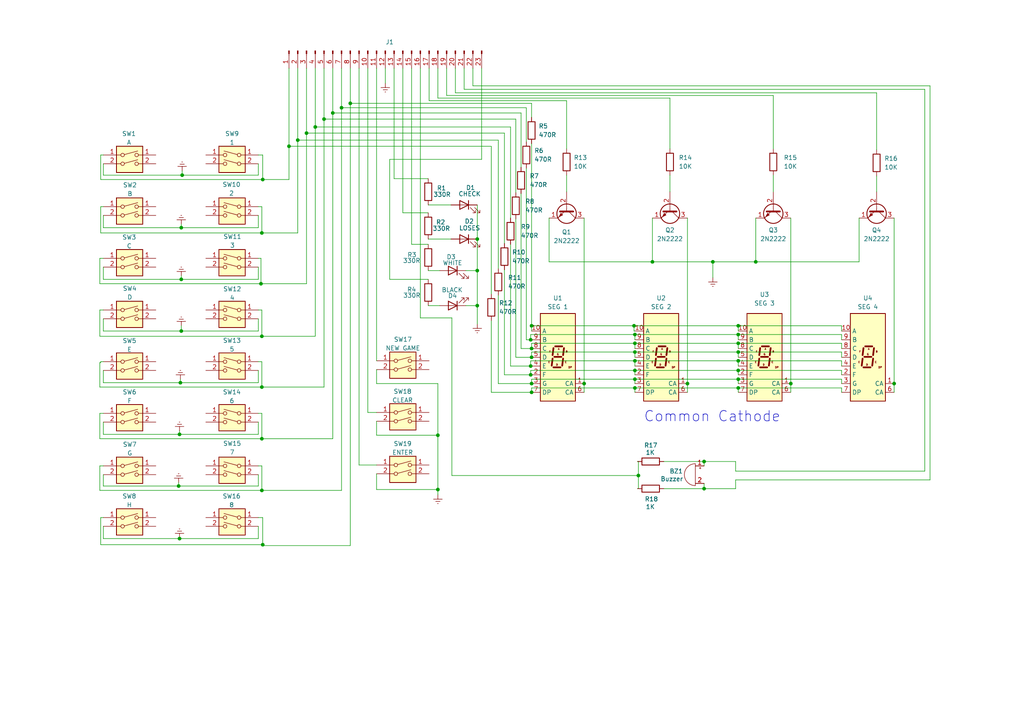
<source format=kicad_sch>
(kicad_sch (version 20231120) (generator "eeschema") (generator_version "8.0")
  (paper "A4")
  (title_block (title "CHESSmate Membrane") (date "January 15, 2024"))
  (lib_symbols
    (symbol "Connector:Conn_01x23_Pin" (pin_names (offset 1.016) hide)
      (property "Reference" "J" (at 0 30.48 0))
      (property "Value" "Conn_01x23_Pin" (at 0 -30.48 0))
      (symbol "Conn_01x23_Pin_1_1"
        (pin passive line (at 5.08 27.94 180) (length 3.81) (name "Pin_1") (number "1"))
        (pin passive line (at 5.08 5.08 180) (length 3.81) (name "Pin_10") (number "10"))
        (pin passive line (at 5.08 2.54 180) (length 3.81) (name "Pin_11") (number "11"))
        (pin passive line (at 5.08 0 180) (length 3.81) (name "Pin_12") (number "12"))
        (pin passive line (at 5.08 -2.54 180) (length 3.81) (name "Pin_13") (number "13"))
        (pin passive line (at 5.08 -5.08 180) (length 3.81) (name "Pin_14") (number "14"))
        (pin passive line (at 5.08 -7.62 180) (length 3.81) (name "Pin_15") (number "15"))
        (pin passive line (at 5.08 -10.16 180) (length 3.81) (name "Pin_16") (number "16"))
        (pin passive line (at 5.08 -12.7 180) (length 3.81) (name "Pin_17") (number "17"))
        (pin passive line (at 5.08 -15.24 180) (length 3.81) (name "Pin_18") (number "18"))
        (pin passive line (at 5.08 -17.78 180) (length 3.81) (name "Pin_19") (number "19"))
        (pin passive line (at 5.08 25.4 180) (length 3.81) (name "Pin_2") (number "2"))
        (pin passive line (at 5.08 -20.32 180) (length 3.81) (name "Pin_20") (number "20"))
        (pin passive line (at 5.08 -22.86 180) (length 3.81) (name "Pin_21") (number "21"))
        (pin passive line (at 5.08 -25.4 180) (length 3.81) (name "Pin_22") (number "22"))
        (pin passive line (at 5.08 -27.94 180) (length 3.81) (name "Pin_23") (number "23"))
        (pin passive line (at 5.08 22.86 180) (length 3.81) (name "Pin_3") (number "3"))
        (pin passive line (at 5.08 20.32 180) (length 3.81) (name "Pin_4") (number "4"))
        (pin passive line (at 5.08 17.78 180) (length 3.81) (name "Pin_5") (number "5"))
        (pin passive line (at 5.08 15.24 180) (length 3.81) (name "Pin_6") (number "6"))
        (pin passive line (at 5.08 12.7 180) (length 3.81) (name "Pin_7") (number "7"))
        (pin passive line (at 5.08 10.16 180) (length 3.81) (name "Pin_8") (number "8"))
        (pin passive line (at 5.08 7.62 180) (length 3.81) (name "Pin_9") (number "9"))
      )
    )
    (symbol "Device:Buzzer" (pin_names (offset 0.0254) hide)
      (property "Reference" "BZ" (at 3.81 1.27 0))
      (property "Value" "Buzzer" (at 3.81 -1.27 0))
      (symbol "Buzzer_1_1"
        (pin passive line (at -2.54 2.54 0) (length 2.54) (name "-") (number "1"))
        (pin passive line (at -2.54 -2.54 0) (length 2.54) (name "+") (number "2"))
      )
    )
    (symbol "Device:LED" (pin_numbers hide) (pin_names (offset 1.016) hide)
      (property "Reference" "D" (at 0 2.54 0))
      (property "Value" "LED" (at 0 -2.54 0))
      (symbol "LED_1_1"
        (pin passive line (at -3.81 0 0) (length 2.54) (name "K") (number "1"))
        (pin passive line (at 3.81 0 180) (length 2.54) (name "A") (number "2"))
      )
    )
    (symbol "Device:R" (pin_numbers hide) (pin_names (offset 0))
      (property "Reference" "R" (at 2.032 0 90))
      (property "Value" "R" (at 0 0 90))
      (symbol "R_1_1"
        (pin passive line (at 0 3.81 270) (length 1.27) (name "~") (number "1"))
        (pin passive line (at 0 -3.81 90) (length 1.27) (name "~") (number "2"))
      )
    )
    (symbol "Display_Character:HDSP-A151"
      (property "Reference" "U" (at -3.81 13.97 0))
      (property "Value" "HDSP-A151" (at 6.35 13.97 0))
      (symbol "HDSP-A151_1_0"
        (text "A" (at 0.254 2.413 0) (effects (font (size 0.508 0.508))))
        (text "B" (at 2.54 1.651 0) (effects (font (size 0.508 0.508))))
        (text "C" (at 2.286 -1.397 0) (effects (font (size 0.508 0.508))))
        (text "D" (at -0.254 -2.159 0) (effects (font (size 0.508 0.508))))
        (text "DP" (at 3.556 -2.921 0) (effects (font (size 0.508 0.508))))
        (text "E" (at -2.54 -1.397 0) (effects (font (size 0.508 0.508))))
        (text "F" (at -2.286 1.651 0) (effects (font (size 0.508 0.508))))
        (text "G" (at 0 0.889 0) (effects (font (size 0.508 0.508))))
      )
      (symbol "HDSP-A151_1_1"
        (pin input line (at 7.62 -7.62 180) (length 2.54) (name "CA") (number "1"))
        (pin input line (at -7.62 7.62 0) (length 2.54) (name "A") (number "10"))
        (pin input line (at -7.62 -5.08 0) (length 2.54) (name "F") (number "2"))
        (pin input line (at -7.62 -7.62 0) (length 2.54) (name "G") (number "3"))
        (pin input line (at -7.62 -2.54 0) (length 2.54) (name "E") (number "4"))
        (pin input line (at -7.62 0 0) (length 2.54) (name "D") (number "5"))
        (pin input line (at 7.62 -10.16 180) (length 2.54) (name "CA") (number "6"))
        (pin input line (at -7.62 -10.16 0) (length 2.54) (name "DP") (number "7"))
        (pin input line (at -7.62 2.54 0) (length 2.54) (name "C") (number "8"))
        (pin input line (at -7.62 5.08 0) (length 2.54) (name "B") (number "9"))
      )
    )
    (symbol "SW_DIP_x02_1" (pin_names (offset 0) hide)
      (property "Reference" "SW17" (at 0.0254 8.7376 0))
      (property "Value" "NEW GAME" (at 0.0254 6.1976 0))
      (symbol "SW_DIP_x02_1_1_1"
        (pin passive line (at -7.62 2.54 0) (length 5.08) (name "~") (number "1"))
        (pin passive line (at 7.62 2.54 180) (length 5.08) (name "~") (number "1"))
        (pin passive line (at -7.62 0 0) (length 5.08) (name "~") (number "2"))
        (pin passive line (at 7.62 0 180) (length 5.08) (name "~") (number "2"))
      )
    )
    (symbol "SW_DIP_x02_10" (pin_names (offset 0) hide)
      (property "Reference" "SW4" (at 0.0508 8.7884 0))
      (property "Value" "D" (at 0.0508 6.2484 0))
      (symbol "SW_DIP_x02_10_1_1"
        (pin passive line (at -7.62 2.54 0) (length 5.08) (name "~") (number "1"))
        (pin passive line (at 7.62 2.54 180) (length 5.08) (name "~") (number "1"))
        (pin passive line (at -7.62 0 0) (length 5.08) (name "~") (number "2"))
        (pin passive line (at 7.62 0 180) (length 5.08) (name "~") (number "2"))
      )
    )
    (symbol "SW_DIP_x02_11" (pin_names (offset 0) hide)
      (property "Reference" "SW12" (at -0.0508 8.636 0))
      (property "Value" "4" (at -0.0508 6.096 0))
      (symbol "SW_DIP_x02_11_1_1"
        (pin passive line (at -7.62 2.54 0) (length 5.08) (name "~") (number "1"))
        (pin passive line (at 7.62 2.54 180) (length 5.08) (name "~") (number "1"))
        (pin passive line (at -7.62 0 0) (length 5.08) (name "~") (number "2"))
        (pin passive line (at 7.62 0 180) (length 5.08) (name "~") (number "2"))
      )
    )
    (symbol "SW_DIP_x02_12" (pin_names (offset 0) hide)
      (property "Reference" "SW5" (at -0.0254 8.6106 0))
      (property "Value" "E" (at -0.0254 6.0706 0))
      (symbol "SW_DIP_x02_12_1_1"
        (pin passive line (at -7.62 2.54 0) (length 5.08) (name "~") (number "1"))
        (pin passive line (at 7.62 2.54 180) (length 5.08) (name "~") (number "1"))
        (pin passive line (at -7.62 0 0) (length 5.08) (name "~") (number "2"))
        (pin passive line (at 7.62 0 180) (length 5.08) (name "~") (number "2"))
      )
    )
    (symbol "SW_DIP_x02_13" (pin_names (offset 0) hide)
      (property "Reference" "SW13" (at 0.0254 8.6868 0))
      (property "Value" "5" (at 0.0254 6.1468 0))
      (symbol "SW_DIP_x02_13_1_1"
        (pin passive line (at -7.62 2.54 0) (length 5.08) (name "~") (number "1"))
        (pin passive line (at 7.62 2.54 180) (length 5.08) (name "~") (number "1"))
        (pin passive line (at -7.62 0 0) (length 5.08) (name "~") (number "2"))
        (pin passive line (at 7.62 0 180) (length 5.08) (name "~") (number "2"))
      )
    )
    (symbol "SW_DIP_x02_14" (pin_names (offset 0) hide)
      (property "Reference" "SW6" (at 0 8.7122 0))
      (property "Value" "F" (at 0 6.1722 0))
      (symbol "SW_DIP_x02_14_1_1"
        (pin passive line (at -7.62 2.54 0) (length 5.08) (name "~") (number "1"))
        (pin passive line (at 7.62 2.54 180) (length 5.08) (name "~") (number "1"))
        (pin passive line (at -7.62 0 0) (length 5.08) (name "~") (number "2"))
        (pin passive line (at 7.62 0 180) (length 5.08) (name "~") (number "2"))
      )
    )
    (symbol "SW_DIP_x02_15" (pin_names (offset 0) hide)
      (property "Reference" "SW14" (at 0.0508 8.7122 0))
      (property "Value" "6" (at 0.0508 6.1722 0))
      (symbol "SW_DIP_x02_15_1_1"
        (pin passive line (at -7.62 2.54 0) (length 5.08) (name "~") (number "1"))
        (pin passive line (at 7.62 2.54 180) (length 5.08) (name "~") (number "1"))
        (pin passive line (at -7.62 0 0) (length 5.08) (name "~") (number "2"))
        (pin passive line (at 7.62 0 180) (length 5.08) (name "~") (number "2"))
      )
    )
    (symbol "SW_DIP_x02_16" (pin_names (offset 0) hide)
      (property "Reference" "SW7" (at 0.0508 8.763 0))
      (property "Value" "G" (at 0.0508 6.223 0))
      (symbol "SW_DIP_x02_16_1_1"
        (pin passive line (at -7.62 2.54 0) (length 5.08) (name "~") (number "1"))
        (pin passive line (at 7.62 2.54 180) (length 5.08) (name "~") (number "1"))
        (pin passive line (at -7.62 0 0) (length 5.08) (name "~") (number "2"))
        (pin passive line (at 7.62 0 180) (length 5.08) (name "~") (number "2"))
      )
    )
    (symbol "SW_DIP_x02_17" (pin_names (offset 0) hide)
      (property "Reference" "SW15" (at -0.0254 9.0424 0))
      (property "Value" "7" (at -0.0254 6.5024 0))
      (symbol "SW_DIP_x02_17_1_1"
        (pin passive line (at -7.62 2.54 0) (length 5.08) (name "~") (number "1"))
        (pin passive line (at 7.62 2.54 180) (length 5.08) (name "~") (number "1"))
        (pin passive line (at -7.62 0 0) (length 5.08) (name "~") (number "2"))
        (pin passive line (at 7.62 0 180) (length 5.08) (name "~") (number "2"))
      )
    )
    (symbol "SW_DIP_x02_18" (pin_names (offset 0) hide)
      (property "Reference" "SW8" (at -0.0762 8.7376 0))
      (property "Value" "H" (at -0.0762 6.1976 0))
      (symbol "SW_DIP_x02_18_1_1"
        (pin passive line (at -7.62 2.54 0) (length 5.08) (name "~") (number "1"))
        (pin passive line (at 7.62 2.54 180) (length 5.08) (name "~") (number "1"))
        (pin passive line (at -7.62 0 0) (length 5.08) (name "~") (number "2"))
        (pin passive line (at 7.62 0 180) (length 5.08) (name "~") (number "2"))
      )
    )
    (symbol "SW_DIP_x02_2" (pin_names (offset 0) hide)
      (property "Reference" "SW18" (at -0.0762 8.636 0))
      (property "Value" "CLEAR" (at -0.0762 6.096 0))
      (symbol "SW_DIP_x02_2_1_1"
        (pin passive line (at -7.62 2.54 0) (length 5.08) (name "~") (number "1"))
        (pin passive line (at 7.62 2.54 180) (length 5.08) (name "~") (number "1"))
        (pin passive line (at -7.62 0 0) (length 5.08) (name "~") (number "2"))
        (pin passive line (at 7.62 0 180) (length 5.08) (name "~") (number "2"))
      )
    )
    (symbol "SW_DIP_x02_3" (pin_names (offset 0) hide)
      (property "Reference" "SW19" (at -0.0508 8.7122 0))
      (property "Value" "ENTER" (at -0.0508 6.1722 0))
      (symbol "SW_DIP_x02_3_1_1"
        (pin passive line (at -7.62 2.54 0) (length 5.08) (name "~") (number "1"))
        (pin passive line (at 7.62 2.54 180) (length 5.08) (name "~") (number "1"))
        (pin passive line (at -7.62 0 0) (length 5.08) (name "~") (number "2"))
        (pin passive line (at 7.62 0 180) (length 5.08) (name "~") (number "2"))
      )
    )
    (symbol "SW_DIP_x02_4" (pin_names (offset 0) hide)
      (property "Reference" "SW1" (at -0.1778 8.7122 0))
      (property "Value" "A" (at -0.1778 6.1722 0))
      (symbol "SW_DIP_x02_4_1_1"
        (pin passive line (at -7.62 2.54 0) (length 5.08) (name "~") (number "1"))
        (pin passive line (at 7.62 2.54 180) (length 5.08) (name "~") (number "1"))
        (pin passive line (at -7.62 0 0) (length 5.08) (name "~") (number "2"))
        (pin passive line (at 7.62 0 180) (length 5.08) (name "~") (number "2"))
      )
    )
    (symbol "SW_DIP_x02_5" (pin_names (offset 0) hide)
      (property "Reference" "SW9" (at 0 8.7122 0))
      (property "Value" "1" (at 0 6.1722 0))
      (symbol "SW_DIP_x02_5_1_1"
        (pin passive line (at -7.62 2.54 0) (length 5.08) (name "~") (number "1"))
        (pin passive line (at 7.62 2.54 180) (length 5.08) (name "~") (number "1"))
        (pin passive line (at 7.62 0 180) (length 5.08) (name "`") (number "2"))
        (pin passive line (at -7.62 0 0) (length 5.08) (name "~") (number "2"))
      )
    )
    (symbol "SW_DIP_x02_6" (pin_names (offset 0) hide)
      (property "Reference" "SW2" (at 0.1016 8.8138 0))
      (property "Value" "B" (at 0.1016 6.2738 0))
      (symbol "SW_DIP_x02_6_1_1"
        (pin passive line (at -7.62 2.54 0) (length 5.08) (name "~") (number "1"))
        (pin passive line (at 7.62 2.54 180) (length 5.08) (name "~") (number "1"))
        (pin passive line (at -7.62 0 0) (length 5.08) (name "~") (number "2"))
        (pin passive line (at 7.62 0 180) (length 5.08) (name "~") (number "2"))
      )
    )
    (symbol "SW_DIP_x02_7" (pin_names (offset 0) hide)
      (property "Reference" "SW10" (at 0.1524 8.9662 0))
      (property "Value" "2" (at 0.1524 6.4262 0))
      (symbol "SW_DIP_x02_7_1_1"
        (pin passive line (at -7.62 2.54 0) (length 5.08) (name "~") (number "1"))
        (pin passive line (at 7.62 2.54 180) (length 5.08) (name "~") (number "1"))
        (pin passive line (at -7.62 0 0) (length 5.08) (name "~") (number "2"))
        (pin passive line (at 7.62 0 180) (length 5.08) (name "~") (number "2"))
      )
    )
    (symbol "SW_DIP_x02_8" (pin_names (offset 0) hide)
      (property "Reference" "SW3" (at -0.1016 8.6614 0))
      (property "Value" "C" (at -0.1016 6.1214 0))
      (symbol "SW_DIP_x02_8_1_1"
        (pin passive line (at -7.62 2.54 0) (length 5.08) (name "~") (number "1"))
        (pin passive line (at 7.62 2.54 180) (length 5.08) (name "~") (number "1"))
        (pin passive line (at -7.62 0 0) (length 5.08) (name "~") (number "2"))
        (pin passive line (at 7.62 0 180) (length 5.08) (name "~") (number "2"))
      )
    )
    (symbol "SW_DIP_x02_9" (pin_names (offset 0) hide)
      (property "Reference" "SW11" (at -0.1016 8.8392 0))
      (property "Value" "3" (at -0.1016 6.2992 0))
      (symbol "SW_DIP_x02_9_1_1"
        (pin passive line (at -7.62 2.54 0) (length 5.08) (name "~") (number "1"))
        (pin passive line (at 7.62 2.54 180) (length 5.08) (name "~") (number "1"))
        (pin passive line (at -7.62 0 0) (length 5.08) (name "~") (number "2"))
        (pin passive line (at 7.62 0 180) (length 5.08) (name "~") (number "2"))
      )
    )
    (symbol "Switch:SW_DIP_x02" (pin_names (offset 0) hide)
      (property "Reference" "SW16" (at 0.127 8.7376 0))
      (property "Value" "8" (at 0.127 6.1976 0))
      (symbol "SW_DIP_x02_1_1"
        (pin passive line (at -7.62 2.54 0) (length 5.08) (name "~") (number "1"))
        (pin passive line (at 7.62 2.54 180) (length 5.08) (name "~") (number "1"))
        (pin passive line (at -7.62 0 0) (length 5.08) (name "~") (number "2"))
        (pin passive line (at 7.62 0 180) (length 5.08) (name "~") (number "2"))
      )
    )
    (symbol "Transistor_BJT:PN2222A" (pin_names (offset 0) hide)
      (property "Reference" "Q" (at 5.08 1.905 0))
      (property "Value" "PN2222A" (at 5.08 0 0))
      (symbol "PN2222A_1_1"
        (pin passive line (at 2.54 -5.08 90) (length 2.54) (name "E") (number "1"))
        (pin input line (at -5.08 0 0) (length 5.08) (name "B") (number "2"))
        (pin passive line (at 2.54 5.08 270) (length 2.54) (name "C") (number "3"))
      )
    )
    (symbol "power:GNDREF" (power) (pin_names (offset 0))
      (property "Value" "GNDREF" (at 0 -3.81 0))
      (symbol "GNDREF_1_1"
        (pin power_in line (at 0 0 270) (length 0) hide (name "GNDREF") (number "1"))
      )
    )
  )
  (junction (at 154.178 103.632))
  (junction (at 154.178 94.488))
  (junction (at 101.6 29.972))
  (junction (at 52.578 66.04))
  (junction (at 184.15 97.028))
  (junction (at 214.122 102.108))
  (junction (at 138.43 88.646))
  (junction (at 75.946 112.268))
  (junction (at 127 126.238))
  (junction (at 154.178 101.092))
  (junction (at 75.946 142.24))
  (junction (at 154.178 113.792))
  (junction (at 169.418 111.252))
  (junction (at 199.39 111.252))
  (junction (at 184.15 112.522))
  (junction (at 214.122 99.568))
  (junction (at 52.324 110.998))
  (junction (at 83.82 42.418))
  (junction (at 138.43 69.342))
  (junction (at 214.122 112.522))
  (junction (at 52.578 81.026))
  (junction (at 75.946 97.536))
  (junction (at 219.202 75.946))
  (junction (at 184.15 102.108))
  (junction (at 86.36 40.64))
  (junction (at 75.946 67.564))
  (junction (at 259.334 111.252))
  (junction (at 88.9 38.608))
  (junction (at 76.2 52.07))
  (junction (at 52.832 50.8))
  (junction (at 204.216 141.732))
  (junction (at 189.23 75.946))
  (junction (at 153.924 98.552))
  (junction (at 214.122 109.982))
  (junction (at 184.15 109.982))
  (junction (at 76.2 157.988))
  (junction (at 153.924 106.172))
  (junction (at 229.362 111.252))
  (junction (at 185.166 137.922))
  (junction (at 214.122 104.648))
  (junction (at 214.122 94.488))
  (junction (at 184.15 107.442))
  (junction (at 138.43 78.486))
  (junction (at 214.122 97.028))
  (junction (at 75.692 82.296))
  (junction (at 184.15 104.648))
  (junction (at 93.98 34.544))
  (junction (at 184.15 99.568))
  (junction (at 154.178 111.252))
  (junction (at 91.44 36.83))
  (junction (at 52.578 96.012))
  (junction (at 206.756 75.946))
  (junction (at 51.816 140.97))
  (junction (at 183.896 94.488))
  (junction (at 52.07 125.984))
  (junction (at 214.122 107.442))
  (junction (at 153.924 108.712))
  (junction (at 127 141.986))
  (junction (at 99.06 31.242))
  (junction (at 52.07 156.21))
  (junction (at 96.52 32.766))
  (junction (at 204.216 133.858))
  (junction (at 75.946 127.254))
  (wire (pts (xy 214.122 97.028) (xy 214.122 98.552)))
  (wire (pts (xy 29.972 77.47) (xy 29.972 81.026)))
  (wire (pts (xy 121.92 19.812) (xy 121.92 92.202)))
  (wire (pts (xy 74.93 44.958) (xy 76.2 44.958)))
  (wire (pts (xy 151.13 101.092) (xy 154.178 101.092)))
  (wire (pts (xy 52.578 96.012) (xy 74.93 96.012)))
  (wire (pts (xy 83.82 42.418) (xy 142.494 42.418)))
  (wire (pts (xy 244.094 112.522) (xy 244.094 113.792)))
  (wire (pts (xy 219.202 63.246) (xy 219.202 75.946)))
  (wire (pts (xy 194.31 28.448) (xy 194.31 43.18)))
  (wire (pts (xy 269.748 24.892) (xy 269.748 139.192)))
  (wire (pts (xy 244.094 94.488) (xy 244.094 96.012)))
  (wire (pts (xy 93.98 34.544) (xy 93.98 112.268)))
  (wire (pts (xy 119.38 70.866) (xy 124.206 70.866)))
  (wire (pts (xy 116.84 61.722) (xy 116.84 19.812)))
  (wire (pts (xy 229.362 113.792) (xy 229.362 111.252)))
  (wire (pts (xy 111.76 19.812) (xy 111.76 24.13)))
  (wire (pts (xy 29.21 59.944) (xy 29.972 59.944)))
  (wire (pts (xy 74.93 96.012) (xy 74.93 92.456)))
  (wire (pts (xy 214.122 99.568) (xy 214.122 101.092)))
  (wire (pts (xy 164.338 43.18) (xy 164.338 29.21)))
  (wire (pts (xy 213.36 133.858) (xy 213.36 136.652)))
  (wire (pts (xy 124.46 19.812) (xy 124.46 29.21)))
  (wire (pts (xy 214.122 113.792) (xy 214.122 112.522)))
  (wire (pts (xy 28.956 74.93) (xy 29.972 74.93)))
  (wire (pts (xy 104.14 19.812) (xy 104.14 134.874)))
  (wire (pts (xy 29.972 50.8) (xy 52.832 50.8)))
  (wire (pts (xy 146.304 78.232) (xy 146.304 108.712)))
  (wire (pts (xy 152.654 98.552) (xy 153.924 98.552)))
  (wire (pts (xy 152.654 31.242) (xy 152.654 41.148)))
  (wire (pts (xy 28.956 105.156) (xy 29.21 105.156)))
  (wire (pts (xy 184.15 112.522) (xy 184.15 113.792)))
  (wire (pts (xy 132.08 26.924) (xy 254.254 26.924)))
  (wire (pts (xy 142.494 113.792) (xy 154.178 113.792)))
  (wire (pts (xy 29.21 105.156) (xy 29.21 104.902)))
  (wire (pts (xy 139.7 46.228) (xy 113.03 46.228)))
  (wire (pts (xy 149.606 63.5) (xy 149.606 103.632)))
  (wire (pts (xy 86.36 40.64) (xy 144.526 40.64)))
  (wire (pts (xy 101.6 29.972) (xy 101.6 158.242)))
  (wire (pts (xy 52.832 50.8) (xy 74.93 50.8)))
  (wire (pts (xy 99.06 31.242) (xy 152.654 31.242)))
  (wire (pts (xy 154.178 108.712) (xy 153.924 108.712)))
  (wire (pts (xy 214.122 97.028) (xy 244.094 97.028)))
  (wire (pts (xy 144.526 85.598) (xy 144.526 111.252)))
  (wire (pts (xy 109.22 137.414) (xy 109.22 141.986)))
  (wire (pts (xy 124.206 59.436) (xy 130.81 59.436)))
  (wire (pts (xy 185.166 133.858) (xy 185.166 137.922)))
  (wire (pts (xy 29.972 156.21) (xy 52.07 156.21)))
  (wire (pts (xy 199.39 111.252) (xy 199.39 63.246)))
  (wire (pts (xy 29.972 152.654) (xy 29.972 156.21)))
  (wire (pts (xy 29.972 125.984) (xy 29.972 122.428)))
  (wire (pts (xy 154.178 98.552) (xy 153.924 98.552)))
  (wire (pts (xy 185.166 133.858) (xy 184.912 133.858)))
  (wire (pts (xy 213.36 133.858) (xy 204.216 133.858)))
  (wire (pts (xy 127 28.448) (xy 194.31 28.448)))
  (wire (pts (xy 204.216 133.858) (xy 204.216 135.128)))
  (wire (pts (xy 224.282 50.8) (xy 224.282 55.626)))
  (wire (pts (xy 106.68 19.812) (xy 106.68 119.634)))
  (wire (pts (xy 29.21 67.564) (xy 75.946 67.564)))
  (wire (pts (xy 224.282 27.686) (xy 224.282 43.18)))
  (wire (pts (xy 29.21 59.944) (xy 29.21 67.564)))
  (wire (pts (xy 28.956 97.536) (xy 75.946 97.536)))
  (wire (pts (xy 244.094 99.568) (xy 244.094 101.092)))
  (wire (pts (xy 121.92 92.202) (xy 131.064 92.202)))
  (wire (pts (xy 192.532 133.858) (xy 204.216 133.858)))
  (wire (pts (xy 109.22 111.252) (xy 127 111.252)))
  (wire (pts (xy 88.9 38.608) (xy 88.9 82.296)))
  (wire (pts (xy 29.21 150.114) (xy 29.21 157.988)))
  (wire (pts (xy 244.094 103.632) (xy 244.094 102.108)))
  (wire (pts (xy 169.418 63.246) (xy 169.418 111.252)))
  (wire (pts (xy 99.06 19.812) (xy 99.06 31.242)))
  (wire (pts (xy 214.122 94.488) (xy 244.094 94.488)))
  (wire (pts (xy 138.43 69.342) (xy 138.43 78.486)))
  (wire (pts (xy 29.21 44.958) (xy 29.972 44.958)))
  (wire (pts (xy 127 126.238) (xy 127 141.986)))
  (wire (pts (xy 75.946 59.944) (xy 75.946 67.564)))
  (wire (pts (xy 142.494 42.418) (xy 142.494 85.344)))
  (wire (pts (xy 164.338 29.21) (xy 124.46 29.21)))
  (wire (pts (xy 96.52 32.766) (xy 96.52 127.254)))
  (wire (pts (xy 93.98 19.812) (xy 93.98 34.544)))
  (wire (pts (xy 153.924 107.442) (xy 153.924 108.712)))
  (wire (pts (xy 244.094 109.982) (xy 244.094 111.252)))
  (wire (pts (xy 244.094 97.028) (xy 244.094 98.552)))
  (wire (pts (xy 214.122 104.648) (xy 214.122 106.172)))
  (wire (pts (xy 199.39 111.252) (xy 199.39 113.792)))
  (wire (pts (xy 52.324 110.998) (xy 74.93 110.998)))
  (wire (pts (xy 214.122 109.982) (xy 244.094 109.982)))
  (wire (pts (xy 28.956 112.268) (xy 75.946 112.268)))
  (wire (pts (xy 138.43 78.486) (xy 138.43 88.646)))
  (wire (pts (xy 28.956 82.296) (xy 75.692 82.296)))
  (wire (pts (xy 129.54 27.686) (xy 224.282 27.686)))
  (wire (pts (xy 106.68 119.634) (xy 109.22 119.634)))
  (wire (pts (xy 29.972 107.442) (xy 29.972 110.998)))
  (wire (pts (xy 75.946 135.128) (xy 75.946 142.24)))
  (wire (pts (xy 114.3 19.812) (xy 114.3 51.816)))
  (wire (pts (xy 152.654 48.768) (xy 152.654 98.552)))
  (wire (pts (xy 146.304 108.712) (xy 153.924 108.712)))
  (wire (pts (xy 124.206 88.646) (xy 127.508 88.646)))
  (wire (pts (xy 214.122 99.568) (xy 244.094 99.568)))
  (wire (pts (xy 185.166 137.922) (xy 185.166 141.732)))
  (wire (pts (xy 88.9 19.812) (xy 88.9 38.608)))
  (wire (pts (xy 124.206 78.486) (xy 127.508 78.486)))
  (wire (pts (xy 154.178 111.252) (xy 154.178 109.982)))
  (wire (pts (xy 192.532 141.732) (xy 204.216 141.732)))
  (wire (pts (xy 214.122 107.442) (xy 214.122 108.712)))
  (wire (pts (xy 184.15 112.522) (xy 214.122 112.522)))
  (wire (pts (xy 52.578 81.026) (xy 74.93 81.026)))
  (wire (pts (xy 29.972 92.456) (xy 29.972 96.012)))
  (wire (pts (xy 76.2 150.114) (xy 76.2 157.988)))
  (wire (pts (xy 151.13 56.134) (xy 151.13 101.092)))
  (wire (pts (xy 184.15 104.648) (xy 214.122 104.648)))
  (wire (pts (xy 183.896 94.488) (xy 183.896 96.012)))
  (wire (pts (xy 93.98 34.544) (xy 149.606 34.544)))
  (wire (pts (xy 214.122 107.442) (xy 244.094 107.442)))
  (wire (pts (xy 219.202 75.946) (xy 249.174 75.946)))
  (wire (pts (xy 109.22 141.986) (xy 127 141.986)))
  (wire (pts (xy 75.946 142.24) (xy 99.06 142.24)))
  (wire (pts (xy 249.174 63.246) (xy 249.174 75.946)))
  (wire (pts (xy 109.22 126.238) (xy 127 126.238)))
  (wire (pts (xy 144.526 40.64) (xy 144.526 77.978)))
  (wire (pts (xy 129.54 27.686) (xy 129.54 19.812)))
  (wire (pts (xy 28.956 135.128) (xy 28.956 142.24)))
  (wire (pts (xy 244.094 104.648) (xy 244.094 106.172)))
  (wire (pts (xy 244.094 107.442) (xy 244.094 108.712)))
  (wire (pts (xy 154.178 113.792) (xy 154.178 112.522)))
  (wire (pts (xy 101.6 19.812) (xy 101.6 29.972)))
  (wire (pts (xy 113.03 46.228) (xy 113.03 81.026)))
  (wire (pts (xy 104.14 134.874) (xy 109.22 134.874)))
  (wire (pts (xy 76.2 158.242) (xy 101.6 158.242)))
  (wire (pts (xy 131.064 137.922) (xy 185.166 137.922)))
  (wire (pts (xy 51.816 139.954) (xy 51.816 140.97)))
  (wire (pts (xy 119.38 19.812) (xy 119.38 70.866)))
  (wire (pts (xy 214.122 102.108) (xy 214.122 103.632)))
  (wire (pts (xy 75.946 89.916) (xy 75.946 97.536)))
  (wire (pts (xy 184.15 97.028) (xy 214.122 97.028)))
  (wire (pts (xy 52.07 125.984) (xy 74.93 125.984)))
  (wire (pts (xy 28.956 135.128) (xy 29.972 135.128)))
  (wire (pts (xy 206.756 75.946) (xy 206.756 80.518)))
  (wire (pts (xy 74.93 122.428) (xy 74.93 125.984)))
  (wire (pts (xy 146.304 38.608) (xy 146.304 70.612)))
  (wire (pts (xy 184.15 99.568) (xy 184.15 101.092)))
  (wire (pts (xy 153.924 97.028) (xy 153.924 98.552)))
  (wire (pts (xy 74.93 50.8) (xy 74.93 47.498)))
  (wire (pts (xy 149.606 103.632) (xy 154.178 103.632)))
  (wire (pts (xy 28.956 89.916) (xy 28.956 97.536)))
  (wire (pts (xy 76.2 158.242) (xy 76.2 157.988)))
  (wire (pts (xy 183.896 96.012) (xy 184.15 96.012)))
  (wire (pts (xy 74.93 150.114) (xy 76.2 150.114)))
  (wire (pts (xy 135.128 78.486) (xy 138.43 78.486)))
  (wire (pts (xy 52.578 66.04) (xy 74.93 66.04)))
  (wire (pts (xy 214.122 109.982) (xy 214.122 111.252)))
  (wire (pts (xy 169.418 111.252) (xy 169.418 113.792)))
  (wire (pts (xy 154.178 94.488) (xy 154.178 96.012)))
  (wire (pts (xy 101.6 29.972) (xy 154.178 29.972)))
  (wire (pts (xy 194.31 50.8) (xy 194.31 55.626)))
  (wire (pts (xy 153.924 97.028) (xy 184.15 97.028)))
  (wire (pts (xy 127 111.252) (xy 127 126.238)))
  (wire (pts (xy 29.972 137.668) (xy 29.972 140.97)))
  (wire (pts (xy 75.692 74.93) (xy 75.692 82.296)))
  (wire (pts (xy 137.16 24.892) (xy 269.748 24.892)))
  (wire (pts (xy 29.972 140.97) (xy 51.816 140.97)))
  (wire (pts (xy 254.254 26.924) (xy 254.254 43.434)))
  (wire (pts (xy 154.178 109.982) (xy 184.15 109.982)))
  (wire (pts (xy 52.578 80.01) (xy 52.578 81.026)))
  (wire (pts (xy 213.36 136.652) (xy 268.224 136.652)))
  (wire (pts (xy 83.82 19.812) (xy 83.82 42.418)))
  (wire (pts (xy 52.832 49.53) (xy 52.832 50.8)))
  (wire (pts (xy 91.44 36.83) (xy 91.44 97.536)))
  (wire (pts (xy 214.122 94.488) (xy 214.122 96.012)))
  (wire (pts (xy 74.93 66.04) (xy 74.93 62.484)))
  (wire (pts (xy 28.956 89.916) (xy 29.972 89.916)))
  (wire (pts (xy 184.15 103.632) (xy 184.15 102.108)))
  (wire (pts (xy 52.578 94.488) (xy 52.578 96.012)))
  (wire (pts (xy 151.13 32.766) (xy 151.13 48.514)))
  (wire (pts (xy 213.36 141.732) (xy 213.36 139.192)))
  (wire (pts (xy 113.03 81.026) (xy 124.206 81.026)))
  (wire (pts (xy 184.15 107.442) (xy 214.122 107.442)))
  (wire (pts (xy 109.22 107.188) (xy 109.22 111.252)))
  (wire (pts (xy 29.21 104.902) (xy 29.972 104.902)))
  (wire (pts (xy 154.178 112.522) (xy 184.15 112.522)))
  (wire (pts (xy 99.06 31.242) (xy 99.06 142.24)))
  (wire (pts (xy 86.36 40.64) (xy 86.36 67.564)))
  (wire (pts (xy 138.43 88.646) (xy 138.43 93.98)))
  (wire (pts (xy 109.22 19.812) (xy 109.22 104.648)))
  (wire (pts (xy 134.62 25.908) (xy 268.224 25.908)))
  (wire (pts (xy 154.178 102.108) (xy 154.178 103.632)))
  (wire (pts (xy 214.122 104.648) (xy 244.094 104.648)))
  (wire (pts (xy 28.956 105.156) (xy 28.956 112.268)))
  (wire (pts (xy 204.216 140.208) (xy 204.216 141.732)))
  (wire (pts (xy 75.946 104.902) (xy 75.946 112.268)))
  (wire (pts (xy 154.178 106.172) (xy 153.924 106.172)))
  (wire (pts (xy 184.15 99.568) (xy 214.122 99.568)))
  (wire (pts (xy 75.946 112.268) (xy 93.98 112.268)))
  (wire (pts (xy 135.128 88.646) (xy 138.43 88.646)))
  (wire (pts (xy 206.756 75.946) (xy 219.202 75.946)))
  (wire (pts (xy 184.15 109.982) (xy 184.15 111.252)))
  (wire (pts (xy 184.15 102.108) (xy 214.122 102.108)))
  (wire (pts (xy 52.07 124.968) (xy 52.07 125.984)))
  (wire (pts (xy 109.22 122.174) (xy 109.22 126.238)))
  (wire (pts (xy 52.07 155.956) (xy 52.07 156.21)))
  (wire (pts (xy 29.21 52.07) (xy 76.2 52.07)))
  (wire (pts (xy 91.44 36.83) (xy 148.082 36.83)))
  (wire (pts (xy 148.082 36.83) (xy 148.082 63.246)))
  (wire (pts (xy 51.816 140.97) (xy 74.93 140.97)))
  (wire (pts (xy 29.21 44.958) (xy 29.21 52.07)))
  (wire (pts (xy 142.494 92.964) (xy 142.494 113.792)))
  (wire (pts (xy 124.206 51.816) (xy 114.3 51.816)))
  (wire (pts (xy 184.15 104.648) (xy 184.15 106.172)))
  (wire (pts (xy 52.07 156.21) (xy 74.93 156.21)))
  (wire (pts (xy 127 141.986) (xy 127 143.51)))
  (wire (pts (xy 189.23 75.946) (xy 206.756 75.946)))
  (wire (pts (xy 74.93 140.97) (xy 74.93 137.668)))
  (wire (pts (xy 268.224 25.908) (xy 268.224 136.652)))
  (wire (pts (xy 76.2 44.958) (xy 76.2 52.07)))
  (wire (pts (xy 127 19.812) (xy 127 28.448)))
  (wire (pts (xy 189.23 63.246) (xy 189.23 75.946)))
  (wire (pts (xy 184.15 109.982) (xy 214.122 109.982)))
  (wire (pts (xy 75.946 89.916) (xy 74.93 89.916)))
  (wire (pts (xy 28.956 74.93) (xy 28.956 82.296)))
  (wire (pts (xy 29.21 150.114) (xy 29.972 150.114)))
  (wire (pts (xy 184.15 97.028) (xy 184.15 98.552)))
  (wire (pts (xy 75.692 74.93) (xy 74.93 74.93)))
  (wire (pts (xy 88.9 38.608) (xy 146.304 38.608)))
  (wire (pts (xy 134.62 25.908) (xy 134.62 19.812)))
  (wire (pts (xy 159.258 75.946) (xy 189.23 75.946)))
  (wire (pts (xy 116.84 61.722) (xy 124.206 61.722)))
  (wire (pts (xy 29.972 125.984) (xy 52.07 125.984)))
  (wire (pts (xy 259.334 63.246) (xy 259.334 111.252)))
  (wire (pts (xy 96.52 19.812) (xy 96.52 32.766)))
  (wire (pts (xy 148.082 106.172) (xy 153.924 106.172)))
  (wire (pts (xy 153.924 107.442) (xy 184.15 107.442)))
  (wire (pts (xy 29.21 157.988) (xy 76.2 157.988)))
  (wire (pts (xy 229.362 111.252) (xy 229.362 63.246)))
  (wire (pts (xy 204.216 141.732) (xy 213.36 141.732)))
  (wire (pts (xy 83.82 42.418) (xy 83.82 52.07)))
  (wire (pts (xy 214.122 102.108) (xy 244.094 102.108)))
  (wire (pts (xy 137.16 19.812) (xy 137.16 24.892)))
  (wire (pts (xy 28.956 119.888) (xy 28.956 127.254)))
  (wire (pts (xy 214.122 112.522) (xy 244.094 112.522)))
  (wire (pts (xy 153.924 104.648) (xy 184.15 104.648)))
  (wire (pts (xy 154.178 102.108) (xy 184.15 102.108)))
  (wire (pts (xy 184.15 108.712) (xy 184.15 107.442)))
  (wire (pts (xy 75.946 119.888) (xy 74.93 119.888)))
  (wire (pts (xy 96.52 32.766) (xy 151.13 32.766)))
  (wire (pts (xy 131.064 92.202) (xy 131.064 137.922)))
  (wire (pts (xy 138.43 59.436) (xy 138.43 69.342)))
  (wire (pts (xy 75.692 82.296) (xy 88.9 82.296)))
  (wire (pts (xy 185.166 141.732) (xy 184.912 141.732)))
  (wire (pts (xy 28.956 119.888) (xy 29.972 119.888)))
  (wire (pts (xy 74.93 77.47) (xy 74.93 81.026)))
  (wire (pts (xy 28.956 127.254) (xy 75.946 127.254)))
  (wire (pts (xy 76.2 52.07) (xy 83.82 52.07)))
  (wire (pts (xy 74.93 59.944) (xy 75.946 59.944)))
  (wire (pts (xy 75.946 127.254) (xy 96.52 127.254)))
  (wire (pts (xy 144.526 111.252) (xy 154.178 111.252)))
  (wire (pts (xy 29.972 110.998) (xy 52.324 110.998)))
  (wire (pts (xy 86.36 19.812) (xy 86.36 40.64)))
  (wire (pts (xy 132.08 26.924) (xy 132.08 19.812)))
  (wire (pts (xy 29.972 66.04) (xy 52.578 66.04)))
  (wire (pts (xy 148.082 70.866) (xy 148.082 106.172)))
  (wire (pts (xy 91.44 19.812) (xy 91.44 36.83)))
  (wire (pts (xy 154.178 94.488) (xy 183.896 94.488)))
  (wire (pts (xy 29.972 96.012) (xy 52.578 96.012)))
  (wire (pts (xy 74.93 156.21) (xy 74.93 152.654)))
  (wire (pts (xy 259.334 111.252) (xy 259.334 113.792)))
  (wire (pts (xy 75.946 119.888) (xy 75.946 127.254)))
  (wire (pts (xy 52.578 66.04) (xy 52.578 65.024)))
  (wire (pts (xy 74.93 135.128) (xy 75.946 135.128)))
  (wire (pts (xy 74.93 104.902) (xy 75.946 104.902)))
  (wire (pts (xy 29.972 81.026) (xy 52.578 81.026)))
  (wire (pts (xy 29.972 62.484) (xy 29.972 66.04)))
  (wire (pts (xy 154.178 99.568) (xy 184.15 99.568)))
  (wire (pts (xy 29.972 47.498) (xy 29.972 50.8)))
  (wire (pts (xy 164.338 50.8) (xy 164.338 55.626)))
  (wire (pts (xy 213.36 139.192) (xy 269.748 139.192)))
  (wire (pts (xy 139.7 19.812) (xy 139.7 46.228)))
  (wire (pts (xy 75.946 67.564) (xy 86.36 67.564)))
  (wire (pts (xy 154.178 99.568) (xy 154.178 101.092)))
  (wire (pts (xy 52.324 109.982) (xy 52.324 110.998)))
  (wire (pts (xy 183.896 94.488) (xy 214.122 94.488)))
  (wire (pts (xy 159.258 63.246) (xy 159.258 75.946)))
  (wire (pts (xy 149.606 34.544) (xy 149.606 55.88)))
  (wire (pts (xy 75.946 97.536) (xy 91.44 97.536)))
  (wire (pts (xy 74.93 110.998) (xy 74.93 107.442)))
  (wire (pts (xy 153.924 104.648) (xy 153.924 106.172)))
  (wire (pts (xy 154.178 29.972) (xy 154.178 34.036)))
  (wire (pts (xy 154.178 41.656) (xy 154.178 94.488)))
  (wire (pts (xy 254.254 51.054) (xy 254.254 55.626)))
  (wire (pts (xy 124.206 69.342) (xy 130.81 69.342)))
  (wire (pts (xy 28.956 142.24) (xy 75.946 142.24)))
  (text "Common Cathode" (at 186.69 122.682 0) (effects (font (size 3 3)) (justify left bottom)))
  (symbol (lib_id "Device:LED") (at 131.318 88.646 180) (unit 1)
    (property "Reference" "D4" (at 131.268 85.786 0))
    (property "Value" "BLACK" (at 131.148 84.086 0))
    (property "Footprint" "LED_THT:LED_D5.0mm" (effects (hide yes)))
  )
  (symbol (lib_id "Device:LED") (at 134.62 69.342 0) (mirror y) (unit 1)
    (property "Reference" "D2" (at 136.1186 64.1858 0))
    (property "Value" "LOSES" (at 136.2075 66.1416 0))
    (property "Footprint" "LED_THT:LED_D5.0mm" (effects (hide yes)))
  )
  (symbol (lib_id "Device:R") (at 144.526 81.788 0) (unit 1)
    (property "Reference" "R11" (at 147.32 80.518 0) (effects (justify left)))
    (property "Value" "470R" (at 147.32 83.058 0) (effects (justify left)))
    (property "Footprint" "Resistor_THT:R_Axial_DIN0207_L6.3mm_D2.5mm_P10.16mm_Horizontal" (effects (hide yes)))
  )
  (symbol (lib_id "Display_Character:HDSP-A151") (at 221.742 103.632 0) (unit 1)
    (property "Reference" "U3" (at 221.742 85.4202 0))
    (property "Value" "SEG 3" (at 221.742 87.9602 0))
    (property "Footprint" "Display_7Segment:HDSP-A151" (effects (hide yes)))
    (property "Datasheet" "https://docs.broadcom.com/docs/AV02-2553EN" (effects (hide yes)))
  )
  (symbol (lib_name "SW_DIP_x02_9") (lib_id "Switch:SW_DIP_x02") (at 67.31 77.47 0) (mirror y) (unit 1)
    (property "Reference" "SW11" (at 67.4116 68.6308 0))
    (property "Value" "3" (at 67.4116 71.1708 0))
    (property "Footprint" "Button_Switch_THT:SW_PUSH-12mm_Wuerth-430476085716" (effects (hide yes)))
  )
  (symbol (lib_id "Device:R") (at 124.206 55.626 0) (unit 1)
    (property "Reference" "R1" (at 126.6952 54.5592 0) (effects (justify left)))
    (property "Value" "330R" (at 125.6538 56.4134 0) (effects (justify left)))
    (property "Footprint" "Resistor_THT:R_Axial_DIN0207_L6.3mm_D2.5mm_P10.16mm_Horizontal" (effects (hide yes)))
  )
  (symbol (lib_name "SW_DIP_x02_1") (lib_id "Switch:SW_DIP_x02") (at 116.84 107.188 0) (unit 1)
    (property "Reference" "SW17" (at 116.8654 98.4504 0))
    (property "Value" "NEW GAME" (at 116.8654 100.9904 0))
    (property "Footprint" "Button_Switch_THT:SW_PUSH-12mm" (effects (hide yes)))
  )
  (symbol (lib_id "Device:R") (at 124.206 65.532 0) (unit 1)
    (property "Reference" "R2" (at 126.4666 64.4398 0) (effects (justify left)))
    (property "Value" "330R" (at 125.4506 66.2686 0) (effects (justify left)))
    (property "Footprint" "Resistor_THT:R_Axial_DIN0207_L6.3mm_D2.5mm_P10.16mm_Horizontal" (effects (hide yes)))
  )
  (symbol (lib_id "Display_Character:HDSP-A151") (at 191.77 103.632 0) (unit 1)
    (property "Reference" "U2" (at 191.77 86.4616 0))
    (property "Value" "SEG 2" (at 191.77 89.0016 0))
    (property "Footprint" "Display_7Segment:HDSP-A151" (effects (hide yes)))
    (property "Datasheet" "https://docs.broadcom.com/docs/AV02-2553EN" (effects (hide yes)))
  )
  (symbol (lib_id "Device:R") (at 146.304 74.422 0) (unit 1)
    (property "Reference" "R10" (at 148.5138 73.152 0) (effects (justify left)))
    (property "Value" "470R" (at 148.5138 75.692 0) (effects (justify left)))
    (property "Footprint" "Resistor_THT:R_Axial_DIN0207_L6.3mm_D2.5mm_P10.16mm_Horizontal" (effects (hide yes)))
  )
  (symbol (lib_id "Display_Character:HDSP-A151") (at 251.714 103.632 0) (unit 1)
    (property "Reference" "U4" (at 251.714 86.4616 0))
    (property "Value" "SEG 4" (at 251.714 89.0016 0))
    (property "Footprint" "Display_7Segment:HDSP-A151" (effects (hide yes)))
    (property "Datasheet" "https://docs.broadcom.com/docs/AV02-2553EN" (effects (hide yes)))
  )
  (symbol (lib_name "SW_DIP_x02_5") (lib_id "Switch:SW_DIP_x02") (at 67.31 47.498 0) (mirror y) (unit 1)
    (property "Reference" "SW9" (at 67.31 38.7858 0))
    (property "Value" "1" (at 67.31 41.3258 0))
    (property "Footprint" "Button_Switch_THT:SW_PUSH-12mm_Wuerth-430476085716" (effects (hide yes)))
  )
  (symbol (lib_id "Device:R") (at 188.722 141.732 270) (mirror x) (unit 1)
    (property "Reference" "R18" (at 188.9506 144.7546 90))
    (property "Value" "1K" (at 188.6204 146.9898 90))
    (property "Footprint" "Resistor_THT:R_Axial_DIN0207_L6.3mm_D2.5mm_P10.16mm_Horizontal" (effects (hide yes)))
  )
  (symbol (lib_id "Device:R") (at 149.606 59.69 0) (unit 1)
    (property "Reference" "R8" (at 152.3238 58.42 0) (effects (justify left)))
    (property "Value" "470R" (at 152.3238 60.96 0) (effects (justify left)))
    (property "Footprint" "Resistor_THT:R_Axial_DIN0207_L6.3mm_D2.5mm_P10.16mm_Horizontal" (effects (hide yes)))
  )
  (symbol (lib_name "SW_DIP_x02_2") (lib_id "Switch:SW_DIP_x02") (at 116.84 122.174 0) (unit 1)
    (property "Reference" "SW18" (at 116.7638 113.538 0))
    (property "Value" "CLEAR" (at 116.7638 116.078 0))
    (property "Footprint" "Button_Switch_THT:SW_PUSH-12mm_Wuerth-430476085716" (effects (hide yes)))
  )
  (symbol (lib_id "Device:R") (at 254.254 47.244 0) (unit 1)
    (property "Reference" "R16" (at 256.489 45.974 0) (effects (justify left)))
    (property "Value" "10K" (at 256.489 48.514 0) (effects (justify left)))
    (property "Footprint" "Resistor_THT:R_Axial_DIN0207_L6.3mm_D2.5mm_P10.16mm_Horizontal" (effects (hide yes)))
  )
  (symbol (lib_name "SW_DIP_x02_15") (lib_id "Switch:SW_DIP_x02") (at 67.31 122.428 0) (mirror y) (unit 1)
    (property "Reference" "SW14" (at 67.2592 113.7158 0))
    (property "Value" "6" (at 67.2592 116.2558 0))
    (property "Footprint" "Button_Switch_THT:SW_PUSH-12mm_Wuerth-430476085716" (effects (hide yes)))
  )
  (symbol (lib_id "Transistor_BJT:PN2222A") (at 164.338 60.706 270) (unit 1)
    (property "Reference" "Q1" (at 164.338 67.31 90))
    (property "Value" "2N2222" (at 164.338 69.85 90))
    (property "Footprint" "Package_TO_SOT_THT:TO-92_Inline" (effects (hide yes)))
    (property "Datasheet" "https://www.onsemi.com/pub/Collateral/PN2222-D.PDF" (effects (hide yes)))
    (property "Description" "1A Ic, 40V Vce, NPN Transistor, General Purpose Transistor, TO-92" (effects (hide yes)))
  )
  (symbol (lib_name "SW_DIP_x02_4") (lib_id "Switch:SW_DIP_x02") (at 37.592 47.498 0) (unit 1)
    (property "Reference" "SW1" (at 37.4142 38.7858 0))
    (property "Value" "A" (at 37.4142 41.3258 0))
    (property "Footprint" "Button_Switch_THT:SW_PUSH-12mm_Wuerth-430476085716" (effects (hide yes)))
  )
  (symbol (lib_id "power:GNDREF") (at 51.816 139.954 180) (unit 1)
    (property "Reference" "#PWR06" (effects (hide yes)))
    (property "Value" "GNDREF" (effects (hide yes)))
  )
  (symbol (lib_id "Transistor_BJT:PN2222A") (at 254.254 60.706 270) (unit 1)
    (property "Reference" "Q4" (at 254.254 66.746 90))
    (property "Value" "2N2222" (at 254.254 69.286 90))
    (property "Footprint" "Package_TO_SOT_THT:TO-92_Inline" (effects (hide yes)))
    (property "Datasheet" "https://www.onsemi.com/pub/Collateral/PN2222-D.PDF" (effects (hide yes)))
  )
  (symbol (lib_name "SW_DIP_x02_12") (lib_id "Switch:SW_DIP_x02") (at 37.592 107.442 0) (unit 1)
    (property "Reference" "SW5" (at 37.5666 98.8314 0))
    (property "Value" "E" (at 37.5666 101.3714 0))
    (property "Footprint" "Button_Switch_THT:SW_PUSH-12mm_Wuerth-430476085716" (effects (hide yes)))
  )
  (symbol (lib_id "Device:R") (at 148.082 67.056 0) (unit 1)
    (property "Reference" "R9" (at 151.0538 65.786 0) (effects (justify left)))
    (property "Value" "470R" (at 151.0538 68.326 0) (effects (justify left)))
    (property "Footprint" "Resistor_THT:R_Axial_DIN0207_L6.3mm_D2.5mm_P10.16mm_Horizontal" (effects (hide yes)))
  )
  (symbol (lib_id "Device:R") (at 151.13 52.324 0) (unit 1)
    (property "Reference" "R7" (at 153.6192 51.054 0) (effects (justify left)))
    (property "Value" "470R" (at 153.6192 53.594 0) (effects (justify left)))
    (property "Footprint" "Resistor_THT:R_Axial_DIN0207_L6.3mm_D2.5mm_P10.16mm_Horizontal" (effects (hide yes)))
  )
  (symbol (lib_id "Device:LED") (at 134.62 59.436 0) (mirror y) (unit 1)
    (property "Reference" "D1" (at 136.4742 54.4322 0))
    (property "Value" "CHECK" (at 136.2075 56.2356 0))
    (property "Footprint" "LED_THT:LED_D5.0mm" (effects (hide yes)))
  )
  (symbol (lib_id "power:GNDREF") (at 127 143.51 0) (unit 1)
    (property "Reference" "#PWR02" (effects (hide yes)))
    (property "Value" "GNDREF" (effects (hide yes)))
  )
  (symbol (lib_id "Device:R") (at 194.31 46.99 0) (unit 1)
    (property "Reference" "R14" (at 196.85 45.72 0) (effects (justify left)))
    (property "Value" "10K" (at 196.85 48.26 0) (effects (justify left)))
    (property "Footprint" "Resistor_THT:R_Axial_DIN0207_L6.3mm_D2.5mm_P10.16mm_Horizontal" (effects (hide yes)))
  )
  (symbol (lib_name "SW_DIP_x02_6") (lib_id "Switch:SW_DIP_x02") (at 37.592 62.484 0) (unit 1)
    (property "Reference" "SW2" (at 37.6936 53.6702 0))
    (property "Value" "B" (at 37.6936 56.2102 0))
    (property "Footprint" "Button_Switch_THT:SW_PUSH-12mm_Wuerth-430476085716" (effects (hide yes)))
  )
  (symbol (lib_id "power:GNDREF") (at 52.832 49.53 180) (unit 1)
    (property "Reference" "#PWR012" (effects (hide yes)))
    (property "Value" "GNDREF" (effects (hide yes)))
  )
  (symbol (lib_id "power:GNDREF") (at 206.756 80.518 0) (unit 1)
    (property "Reference" "#PWR05" (effects (hide yes)))
    (property "Value" "GNDREF" (effects (hide yes)))
  )
  (symbol (lib_id "Device:Buzzer") (at 201.676 137.668 0) (mirror y) (unit 1)
    (property "Reference" "BZ1" (at 198.0946 136.6774 0) (effects (justify left)))
    (property "Value" "Buzzer" (at 198.1454 138.9126 0) (effects (justify left)))
    (property "Footprint" "buzzer:Buzzer_12x9.5RM7.6" (effects (hide yes)))
  )
  (symbol (lib_id "Device:R") (at 124.206 74.676 0) (unit 1)
    (property "Reference" "R3" (at 118.1354 73.914 0) (effects (justify left)))
    (property "Value" "330R" (at 116.84 75.5904 0) (effects (justify left)))
    (property "Footprint" "Resistor_THT:R_Axial_DIN0207_L6.3mm_D2.5mm_P10.16mm_Horizontal" (effects (hide yes)))
  )
  (symbol (lib_id "Device:R") (at 224.282 46.99 0) (unit 1)
    (property "Reference" "R15" (at 227.305 45.72 0) (effects (justify left)))
    (property "Value" "10K" (at 227.305 48.26 0) (effects (justify left)))
    (property "Footprint" "Resistor_THT:R_Axial_DIN0207_L6.3mm_D2.5mm_P10.16mm_Horizontal" (effects (hide yes)))
  )
  (symbol (lib_name "SW_DIP_x02_7") (lib_id "Switch:SW_DIP_x02") (at 67.31 62.484 0) (mirror y) (unit 1)
    (property "Reference" "SW10" (at 67.1576 53.5178 0))
    (property "Value" "2" (at 67.1576 56.0578 0))
    (property "Footprint" "Button_Switch_THT:SW_PUSH-12mm_Wuerth-430476085716" (effects (hide yes)))
  )
  (symbol (lib_name "SW_DIP_x02_3") (lib_id "Switch:SW_DIP_x02") (at 116.84 137.414 0) (unit 1)
    (property "Reference" "SW19" (at 116.7892 128.7018 0))
    (property "Value" "ENTER" (at 116.7892 131.2418 0))
    (property "Footprint" "Button_Switch_THT:SW_PUSH-12mm_Wuerth-430476085716" (effects (hide yes)))
  )
  (symbol (lib_id "power:GNDREF") (at 52.07 124.968 180) (unit 1)
    (property "Reference" "#PWR07" (effects (hide yes)))
    (property "Value" "GNDREF" (effects (hide yes)))
  )
  (symbol (lib_name "SW_DIP_x02_11") (lib_id "Switch:SW_DIP_x02") (at 67.31 92.456 0) (mirror y) (unit 1)
    (property "Reference" "SW12" (at 67.3608 83.82 0))
    (property "Value" "4" (at 67.3608 86.36 0))
    (property "Footprint" "Button_Switch_THT:SW_PUSH-12mm_Wuerth-430476085716" (effects (hide yes)))
  )
  (symbol (lib_id "power:GNDREF") (at 52.578 80.01 180) (unit 1)
    (property "Reference" "#PWR010" (effects (hide yes)))
    (property "Value" "GNDREF" (effects (hide yes)))
  )
  (symbol (lib_name "SW_DIP_x02_14") (lib_id "Switch:SW_DIP_x02") (at 37.592 122.428 0) (unit 1)
    (property "Reference" "SW6" (at 37.592 113.7158 0))
    (property "Value" "F" (at 37.592 116.2558 0))
    (property "Footprint" "Button_Switch_THT:SW_PUSH-12mm_Wuerth-430476085716" (effects (hide yes)))
  )
  (symbol (lib_id "power:GNDREF") (at 52.07 155.956 180) (unit 1)
    (property "Reference" "#PWR01" (effects (hide yes)))
    (property "Value" "GNDREF" (effects (hide yes)))
  )
  (symbol (lib_id "Device:LED") (at 131.318 78.486 0) (mirror y) (unit 1)
    (property "Reference" "D3" (at 130.858 74.516 0))
    (property "Value" "WHITE" (at 131.258 76.256 0))
    (property "Footprint" "LED_THT:LED_D5.0mm" (effects (hide yes)))
  )
  (symbol (lib_name "SW_DIP_x02_10") (lib_id "Switch:SW_DIP_x02") (at 37.592 92.456 0) (unit 1)
    (property "Reference" "SW4" (at 37.6428 83.6676 0))
    (property "Value" "D" (at 37.6428 86.2076 0))
    (property "Footprint" "Button_Switch_THT:SW_PUSH-12mm_Wuerth-430476085716" (effects (hide yes)))
  )
  (symbol (lib_id "Display_Character:HDSP-A151") (at 161.798 103.632 0) (unit 1)
    (property "Reference" "U1" (at 161.798 86.4616 0))
    (property "Value" "SEG 1" (at 161.798 89.0016 0))
    (property "Footprint" "Display_7Segment:HDSP-A151" (effects (hide yes)))
    (property "Datasheet" "https://docs.broadcom.com/docs/AV02-2553EN" (effects (hide yes)))
  )
  (symbol (lib_id "power:GNDREF") (at 52.324 109.982 180) (unit 1)
    (property "Reference" "#PWR08" (effects (hide yes)))
    (property "Value" "GNDREF" (effects (hide yes)))
  )
  (symbol (lib_id "Device:R") (at 164.338 46.99 0) (unit 1)
    (property "Reference" "R13" (at 166.3954 45.72 0) (effects (justify left)))
    (property "Value" "10K" (at 166.3954 48.26 0) (effects (justify left)))
    (property "Footprint" "Resistor_THT:R_Axial_DIN0207_L6.3mm_D2.5mm_P10.16mm_Horizontal" (effects (hide yes)))
  )
  (symbol (lib_name "SW_DIP_x02_18") (lib_id "Switch:SW_DIP_x02") (at 37.592 152.654 0) (unit 1)
    (property "Reference" "SW8" (at 37.5158 143.9164 0))
    (property "Value" "H" (at 37.5158 146.4564 0))
    (property "Footprint" "Button_Switch_THT:SW_PUSH-12mm_Wuerth-430476085716" (effects (hide yes)))
  )
  (symbol (lib_id "Device:R") (at 188.722 133.858 90) (mirror x) (unit 1)
    (property "Reference" "R17" (at 188.7728 129.159 90))
    (property "Value" "1K" (at 188.595 131.2418 90))
    (property "Footprint" "Resistor_THT:R_Axial_DIN0207_L6.3mm_D2.5mm_P10.16mm_Horizontal" (effects (hide yes)))
  )
  (symbol (lib_name "SW_DIP_x02_16") (lib_id "Switch:SW_DIP_x02") (at 37.592 137.668 0) (unit 1)
    (property "Reference" "SW7" (at 37.6428 128.905 0))
    (property "Value" "G" (at 37.6428 131.445 0))
    (property "Footprint" "Button_Switch_THT:SW_PUSH-12mm_Wuerth-430476085716" (effects (hide yes)))
  )
  (symbol (lib_id "Transistor_BJT:PN2222A") (at 224.282 60.706 270) (unit 1)
    (property "Reference" "Q3" (at 224.282 66.746 90))
    (property "Value" "2N2222" (at 224.282 69.286 90))
    (property "Footprint" "Package_TO_SOT_THT:TO-92_Inline" (effects (hide yes)))
    (property "Datasheet" "https://www.onsemi.com/pub/Collateral/PN2222-D.PDF" (effects (hide yes)))
  )
  (symbol (lib_id "Device:R") (at 142.494 89.154 0) (unit 1)
    (property "Reference" "R12" (at 144.7292 87.884 0) (effects (justify left)))
    (property "Value" "470R" (at 144.7292 90.424 0) (effects (justify left)))
    (property "Footprint" "Resistor_THT:R_Axial_DIN0207_L6.3mm_D2.5mm_P10.16mm_Horizontal" (effects (hide yes)))
  )
  (symbol (lib_id "power:GNDREF") (at 52.578 94.488 180) (unit 1)
    (property "Reference" "#PWR09" (effects (hide yes)))
    (property "Value" "GNDREF" (effects (hide yes)))
  )
  (symbol (lib_id "Device:R") (at 124.206 84.836 0) (unit 1)
    (property "Reference" "R4" (at 118.0592 83.9724 0) (effects (justify left)))
    (property "Value" "330R" (at 116.8908 85.6742 0) (effects (justify left)))
    (property "Footprint" "Resistor_THT:R_Axial_DIN0207_L6.3mm_D2.5mm_P10.16mm_Horizontal" (effects (hide yes)))
  )
  (symbol (lib_id "power:GNDREF") (at 52.578 65.024 180) (unit 1)
    (property "Reference" "#PWR011" (effects (hide yes)))
    (property "Value" "GNDREF" (effects (hide yes)))
  )
  (symbol (lib_id "Switch:SW_DIP_x02") (at 67.31 152.654 0) (mirror y) (unit 1)
    (property "Reference" "SW16" (at 67.183 143.9164 0))
    (property "Value" "8" (at 67.183 146.4564 0))
    (property "Footprint" "Button_Switch_THT:SW_PUSH-12mm_Wuerth-430476085716" (effects (hide yes)))
  )
  (symbol (lib_name "SW_DIP_x02_8") (lib_id "Switch:SW_DIP_x02") (at 37.592 77.47 0) (unit 1)
    (property "Reference" "SW3" (at 37.4904 68.8086 0))
    (property "Value" "C" (at 37.4904 71.3486 0))
    (property "Footprint" "Button_Switch_THT:SW_PUSH-12mm_Wuerth-430476085716" (effects (hide yes)))
  )
  (symbol (lib_id "power:GNDREF") (at 138.43 93.98 0) (unit 1)
    (property "Reference" "#PWR04" (effects (hide yes)))
    (property "Value" "GNDREF" (effects (hide yes)))
  )
  (symbol (lib_name "SW_DIP_x02_13") (lib_id "Switch:SW_DIP_x02") (at 67.31 107.442 0) (mirror y) (unit 1)
    (property "Reference" "SW13" (at 67.2846 98.7552 0))
    (property "Value" "5" (at 67.2846 101.2952 0))
    (property "Footprint" "Button_Switch_THT:SW_PUSH-12mm_Wuerth-430476085716" (effects (hide yes)))
  )
  (symbol (lib_id "power:GNDREF") (at 111.76 24.13 0) (unit 1)
    (property "Reference" "#PWR03" (effects (hide yes)))
    (property "Value" "GNDREF" (effects (hide yes)))
  )
  (symbol (lib_id "Device:R") (at 154.178 37.846 0) (unit 1)
    (property "Reference" "R5" (at 156.2354 36.576 0) (effects (justify left)))
    (property "Value" "470R" (at 156.2354 39.116 0) (effects (justify left)))
    (property "Footprint" "Resistor_THT:R_Axial_DIN0207_L6.3mm_D2.5mm_P10.16mm_Horizontal" (effects (hide yes)))
  )
  (symbol (lib_id "Device:R") (at 152.654 44.958 0) (unit 1)
    (property "Reference" "R6" (at 154.9654 43.688 0) (effects (justify left)))
    (property "Value" "470R" (at 154.9654 46.228 0) (effects (justify left)))
    (property "Footprint" "Resistor_THT:R_Axial_DIN0207_L6.3mm_D2.5mm_P10.16mm_Horizontal" (effects (hide yes)))
  )
  (symbol (lib_id "Transistor_BJT:PN2222A") (at 194.31 60.706 270) (unit 1)
    (property "Reference" "Q2" (at 194.31 66.746 90))
    (property "Value" "2N2222" (at 194.31 69.286 90))
    (property "Footprint" "Package_TO_SOT_THT:TO-92_Inline" (effects (hide yes)))
    (property "Datasheet" "https://www.onsemi.com/pub/Collateral/PN2222-D.PDF" (effects (hide yes)))
  )
  (symbol (lib_name "SW_DIP_x02_17") (lib_id "Switch:SW_DIP_x02") (at 67.31 137.668 0) (mirror y) (unit 1)
    (property "Reference" "SW15" (at 67.3354 128.6256 0))
    (property "Value" "7" (at 67.3354 131.1656 0))
    (property "Footprint" "Button_Switch_THT:SW_PUSH-12mm_Wuerth-430476085716" (effects (hide yes)))
  )
  (symbol (lib_id "Connector:Conn_01x23_Pin") (at 111.76 14.732 90) (mirror x) (unit 1)
    (property "Reference" "J1" (at 113.03 12.192 90))
    (property "Footprint" "Connector_PinHeader_2.54mm:PinHeader_1x23_P2.54mm_Vertical" (effects (hide yes)))
    (property "Description" "Generic connector, single row, 01x22, script generated" (effects (hide yes)))
  )
)
</source>
